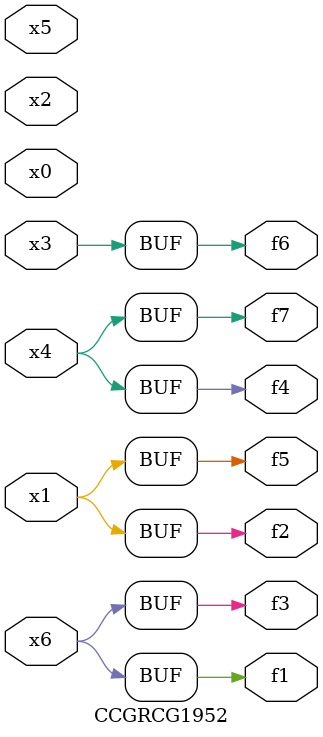
<source format=v>
module CCGRCG1952(
	input x0, x1, x2, x3, x4, x5, x6,
	output f1, f2, f3, f4, f5, f6, f7
);
	assign f1 = x6;
	assign f2 = x1;
	assign f3 = x6;
	assign f4 = x4;
	assign f5 = x1;
	assign f6 = x3;
	assign f7 = x4;
endmodule

</source>
